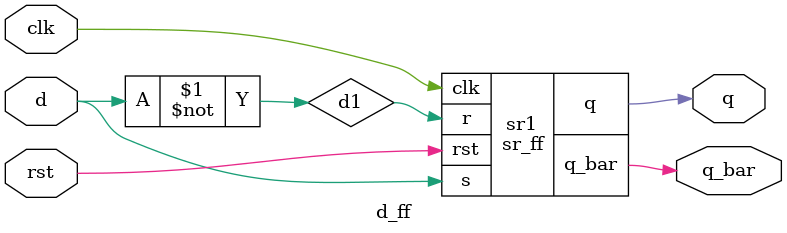
<source format=v>
module sr_ff(
input clk,rst,s,r,
output reg q,
output q_bar);
always@(posedge clk or posedge rst)begin
	if(rst)
		q<=1'b0;
	else begin
case({s,r})
2'b00:q<=q;
2'b01:q<=1'b0;
2'b10:q<=1'b1;
2'b11:q<=1'bx;
default:q<=1'b0;
endcase
end
end
assign q_bar=~q;
endmodule
module d_ff(
input clk,rst,d,
output q,q_bar);
wire d1;
not n1(d1,d);
sr_ff sr1(.s(d), .r(d1), .clk(clk), .rst(rst), .q(q), .q_bar(q_bar));
endmodule

</source>
